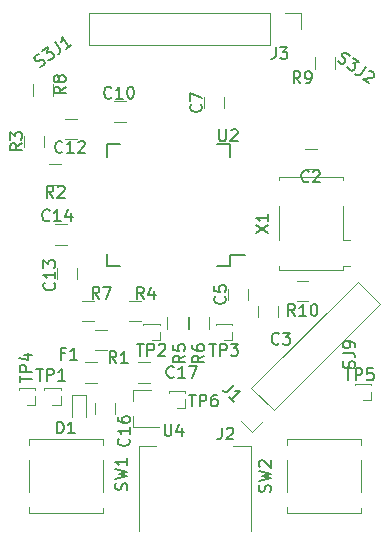
<source format=gbr>
G04 #@! TF.FileFunction,Legend,Top*
%FSLAX46Y46*%
G04 Gerber Fmt 4.6, Leading zero omitted, Abs format (unit mm)*
G04 Created by KiCad (PCBNEW 4.0.7-e2-6376~58~ubuntu16.04.1) date Thu Nov 16 15:54:30 2017*
%MOMM*%
%LPD*%
G01*
G04 APERTURE LIST*
%ADD10C,0.100000*%
%ADD11C,0.120000*%
%ADD12C,0.150000*%
G04 APERTURE END LIST*
D10*
D11*
X225204400Y-88073600D02*
X226204400Y-88073600D01*
X226204400Y-86373600D02*
X225204400Y-86373600D01*
X222947600Y-100626800D02*
X222947600Y-99626800D01*
X221247600Y-99626800D02*
X221247600Y-100626800D01*
X218733000Y-98179000D02*
X218733000Y-99179000D01*
X220433000Y-99179000D02*
X220433000Y-98179000D01*
X216701000Y-81923000D02*
X216701000Y-82923000D01*
X218401000Y-82923000D02*
X218401000Y-81923000D01*
X209050000Y-84035000D02*
X210050000Y-84035000D01*
X210050000Y-82335000D02*
X209050000Y-82335000D01*
X205922500Y-83795500D02*
X204922500Y-83795500D01*
X204922500Y-85495500D02*
X205922500Y-85495500D01*
X205955000Y-97401000D02*
X205955000Y-96401000D01*
X204255000Y-96401000D02*
X204255000Y-97401000D01*
X204097000Y-94449000D02*
X205097000Y-94449000D01*
X205097000Y-92749000D02*
X204097000Y-92749000D01*
X209130000Y-108831000D02*
X209130000Y-107831000D01*
X207430000Y-107831000D02*
X207430000Y-108831000D01*
X211082000Y-106133000D02*
X212082000Y-106133000D01*
X212082000Y-104433000D02*
X211082000Y-104433000D01*
X206721000Y-107181000D02*
X205521000Y-107181000D01*
X206721000Y-109031000D02*
X206721000Y-107181000D01*
X205521000Y-109031000D02*
X205521000Y-107181000D01*
X207637000Y-104433000D02*
X206637000Y-104433000D01*
X206637000Y-106133000D02*
X207637000Y-106133000D01*
X231587160Y-99477744D02*
X229706256Y-97596840D01*
X222564478Y-108500426D02*
X231587160Y-99477744D01*
X220683574Y-106619522D02*
X229706256Y-97596840D01*
X222564478Y-108500426D02*
X220683574Y-106619522D01*
X221666452Y-109398452D02*
X220726000Y-110338904D01*
X220726000Y-110338904D02*
X219785548Y-109398452D01*
X219150000Y-111470000D02*
X220650000Y-111470000D01*
X220650000Y-111470000D02*
X220650000Y-118730000D01*
X211150000Y-111470000D02*
X211150000Y-118730000D01*
X211150000Y-111470000D02*
X212650000Y-111470000D01*
X206950000Y-74870000D02*
X206950000Y-77530000D01*
X222250000Y-74870000D02*
X206950000Y-74870000D01*
X222250000Y-77530000D02*
X206950000Y-77530000D01*
X222250000Y-74870000D02*
X222250000Y-77530000D01*
X223520000Y-74870000D02*
X224850000Y-74870000D01*
X224850000Y-74870000D02*
X224850000Y-76200000D01*
X208424400Y-101715200D02*
X207424400Y-101715200D01*
X207424400Y-103415200D02*
X208424400Y-103415200D01*
X203589000Y-89369000D02*
X204589000Y-89369000D01*
X204589000Y-87669000D02*
X203589000Y-87669000D01*
X201461000Y-85225000D02*
X201461000Y-86225000D01*
X203161000Y-86225000D02*
X203161000Y-85225000D01*
X211320000Y-99251400D02*
X210320000Y-99251400D01*
X210320000Y-100951400D02*
X211320000Y-100951400D01*
X213576800Y-100617400D02*
X213576800Y-101617400D01*
X215276800Y-101617400D02*
X215276800Y-100617400D01*
X217105600Y-101617400D02*
X217105600Y-100617400D01*
X215405600Y-100617400D02*
X215405600Y-101617400D01*
X207383000Y-99226000D02*
X206383000Y-99226000D01*
X206383000Y-100926000D02*
X207383000Y-100926000D01*
X203872200Y-81881600D02*
X203872200Y-80881600D01*
X202172200Y-80881600D02*
X202172200Y-81881600D01*
X227748200Y-79570200D02*
X227748200Y-78570200D01*
X226048200Y-78570200D02*
X226048200Y-79570200D01*
X201828000Y-116696000D02*
X201828000Y-117146000D01*
X201828000Y-117146000D02*
X208128000Y-117146000D01*
X208128000Y-117146000D02*
X208128000Y-116746000D01*
X201828000Y-115396000D02*
X201828000Y-112696000D01*
X208128000Y-112696000D02*
X208128000Y-115396000D01*
X201828000Y-110946000D02*
X208128000Y-110946000D01*
X208128000Y-110946000D02*
X208128000Y-111396000D01*
X201828000Y-111396000D02*
X201828000Y-110946000D01*
X223672000Y-116696000D02*
X223672000Y-117146000D01*
X223672000Y-117146000D02*
X229972000Y-117146000D01*
X229972000Y-117146000D02*
X229972000Y-116746000D01*
X223672000Y-115396000D02*
X223672000Y-112696000D01*
X229972000Y-112696000D02*
X229972000Y-115396000D01*
X223672000Y-110946000D02*
X229972000Y-110946000D01*
X229972000Y-110946000D02*
X229972000Y-111396000D01*
X223672000Y-111396000D02*
X223672000Y-110946000D01*
X204530000Y-106630000D02*
X203140000Y-106630000D01*
X204530000Y-106630000D02*
X204530000Y-106755000D01*
X203140000Y-106630000D02*
X203140000Y-106755000D01*
X204530000Y-106630000D02*
X204443276Y-106630000D01*
X203226724Y-106630000D02*
X203140000Y-106630000D01*
X204530000Y-107315000D02*
X204530000Y-108000000D01*
X204530000Y-108000000D02*
X203835000Y-108000000D01*
X212937400Y-101169000D02*
X211547400Y-101169000D01*
X212937400Y-101169000D02*
X212937400Y-101294000D01*
X211547400Y-101169000D02*
X211547400Y-101294000D01*
X212937400Y-101169000D02*
X212850676Y-101169000D01*
X211634124Y-101169000D02*
X211547400Y-101169000D01*
X212937400Y-101854000D02*
X212937400Y-102539000D01*
X212937400Y-102539000D02*
X212242400Y-102539000D01*
X219084200Y-101169000D02*
X217694200Y-101169000D01*
X219084200Y-101169000D02*
X219084200Y-101294000D01*
X217694200Y-101169000D02*
X217694200Y-101294000D01*
X219084200Y-101169000D02*
X218997476Y-101169000D01*
X217780924Y-101169000D02*
X217694200Y-101169000D01*
X219084200Y-101854000D02*
X219084200Y-102539000D01*
X219084200Y-102539000D02*
X218389200Y-102539000D01*
X202371000Y-106630000D02*
X200981000Y-106630000D01*
X202371000Y-106630000D02*
X202371000Y-106755000D01*
X200981000Y-106630000D02*
X200981000Y-106755000D01*
X202371000Y-106630000D02*
X202284276Y-106630000D01*
X201067724Y-106630000D02*
X200981000Y-106630000D01*
X202371000Y-107315000D02*
X202371000Y-108000000D01*
X202371000Y-108000000D02*
X201676000Y-108000000D01*
X230819000Y-106249000D02*
X229429000Y-106249000D01*
X230819000Y-106249000D02*
X230819000Y-106374000D01*
X229429000Y-106249000D02*
X229429000Y-106374000D01*
X230819000Y-106249000D02*
X230732276Y-106249000D01*
X229515724Y-106249000D02*
X229429000Y-106249000D01*
X230819000Y-106934000D02*
X230819000Y-107619000D01*
X230819000Y-107619000D02*
X230124000Y-107619000D01*
X215071000Y-106884000D02*
X213681000Y-106884000D01*
X215071000Y-106884000D02*
X215071000Y-107009000D01*
X213681000Y-106884000D02*
X213681000Y-107009000D01*
X215071000Y-106884000D02*
X214984276Y-106884000D01*
X213767724Y-106884000D02*
X213681000Y-106884000D01*
X215071000Y-107569000D02*
X215071000Y-108254000D01*
X215071000Y-108254000D02*
X214376000Y-108254000D01*
D12*
X218852500Y-96297500D02*
X218852500Y-95347500D01*
X208502500Y-96297500D02*
X208502500Y-95247500D01*
X208502500Y-85947500D02*
X208502500Y-86997500D01*
X218852500Y-85947500D02*
X218852500Y-86997500D01*
X218852500Y-96297500D02*
X217802500Y-96297500D01*
X218852500Y-85947500D02*
X217802500Y-85947500D01*
X208502500Y-85947500D02*
X209552500Y-85947500D01*
X208502500Y-96297500D02*
X209552500Y-96297500D01*
X218852500Y-95347500D02*
X220127500Y-95347500D01*
D11*
X210695000Y-106751000D02*
X210695000Y-107681000D01*
X210695000Y-109911000D02*
X210695000Y-108981000D01*
X210695000Y-109911000D02*
X212855000Y-109911000D01*
X210695000Y-106751000D02*
X212155000Y-106751000D01*
X225518600Y-97549600D02*
X224518600Y-97549600D01*
X224518600Y-99249600D02*
X225518600Y-99249600D01*
X223042500Y-89006500D02*
X223042500Y-88696500D01*
X223042500Y-88696500D02*
X228442500Y-88696500D01*
X228442500Y-88696500D02*
X228442500Y-89006500D01*
X223042500Y-94086500D02*
X223042500Y-91206500D01*
X229042500Y-96286500D02*
X228442500Y-96286500D01*
X228442500Y-96286500D02*
X228442500Y-96596500D01*
X228442500Y-96596500D02*
X223042500Y-96596500D01*
X223042500Y-96596500D02*
X223042500Y-96286500D01*
X228442500Y-91206500D02*
X228442500Y-94086500D01*
X228442500Y-94086500D02*
X229042500Y-94086500D01*
D12*
X225537734Y-89080743D02*
X225490115Y-89128362D01*
X225347258Y-89175981D01*
X225252020Y-89175981D01*
X225109162Y-89128362D01*
X225013924Y-89033124D01*
X224966305Y-88937886D01*
X224918686Y-88747410D01*
X224918686Y-88604552D01*
X224966305Y-88414076D01*
X225013924Y-88318838D01*
X225109162Y-88223600D01*
X225252020Y-88175981D01*
X225347258Y-88175981D01*
X225490115Y-88223600D01*
X225537734Y-88271219D01*
X225918686Y-88271219D02*
X225966305Y-88223600D01*
X226061543Y-88175981D01*
X226299639Y-88175981D01*
X226394877Y-88223600D01*
X226442496Y-88271219D01*
X226490115Y-88366457D01*
X226490115Y-88461695D01*
X226442496Y-88604552D01*
X225871067Y-89175981D01*
X226490115Y-89175981D01*
X223023134Y-102820743D02*
X222975515Y-102868362D01*
X222832658Y-102915981D01*
X222737420Y-102915981D01*
X222594562Y-102868362D01*
X222499324Y-102773124D01*
X222451705Y-102677886D01*
X222404086Y-102487410D01*
X222404086Y-102344552D01*
X222451705Y-102154076D01*
X222499324Y-102058838D01*
X222594562Y-101963600D01*
X222737420Y-101915981D01*
X222832658Y-101915981D01*
X222975515Y-101963600D01*
X223023134Y-102011219D01*
X223356467Y-101915981D02*
X223975515Y-101915981D01*
X223642181Y-102296933D01*
X223785039Y-102296933D01*
X223880277Y-102344552D01*
X223927896Y-102392171D01*
X223975515Y-102487410D01*
X223975515Y-102725505D01*
X223927896Y-102820743D01*
X223880277Y-102868362D01*
X223785039Y-102915981D01*
X223499324Y-102915981D01*
X223404086Y-102868362D01*
X223356467Y-102820743D01*
X218440143Y-98845666D02*
X218487762Y-98893285D01*
X218535381Y-99036142D01*
X218535381Y-99131380D01*
X218487762Y-99274238D01*
X218392524Y-99369476D01*
X218297286Y-99417095D01*
X218106810Y-99464714D01*
X217963952Y-99464714D01*
X217773476Y-99417095D01*
X217678238Y-99369476D01*
X217583000Y-99274238D01*
X217535381Y-99131380D01*
X217535381Y-99036142D01*
X217583000Y-98893285D01*
X217630619Y-98845666D01*
X217535381Y-97940904D02*
X217535381Y-98417095D01*
X218011571Y-98464714D01*
X217963952Y-98417095D01*
X217916333Y-98321857D01*
X217916333Y-98083761D01*
X217963952Y-97988523D01*
X218011571Y-97940904D01*
X218106810Y-97893285D01*
X218344905Y-97893285D01*
X218440143Y-97940904D01*
X218487762Y-97988523D01*
X218535381Y-98083761D01*
X218535381Y-98321857D01*
X218487762Y-98417095D01*
X218440143Y-98464714D01*
X216408143Y-82589666D02*
X216455762Y-82637285D01*
X216503381Y-82780142D01*
X216503381Y-82875380D01*
X216455762Y-83018238D01*
X216360524Y-83113476D01*
X216265286Y-83161095D01*
X216074810Y-83208714D01*
X215931952Y-83208714D01*
X215741476Y-83161095D01*
X215646238Y-83113476D01*
X215551000Y-83018238D01*
X215503381Y-82875380D01*
X215503381Y-82780142D01*
X215551000Y-82637285D01*
X215598619Y-82589666D01*
X215503381Y-82256333D02*
X215503381Y-81589666D01*
X216503381Y-82018238D01*
X208830943Y-81992743D02*
X208783324Y-82040362D01*
X208640467Y-82087981D01*
X208545229Y-82087981D01*
X208402371Y-82040362D01*
X208307133Y-81945124D01*
X208259514Y-81849886D01*
X208211895Y-81659410D01*
X208211895Y-81516552D01*
X208259514Y-81326076D01*
X208307133Y-81230838D01*
X208402371Y-81135600D01*
X208545229Y-81087981D01*
X208640467Y-81087981D01*
X208783324Y-81135600D01*
X208830943Y-81183219D01*
X209783324Y-82087981D02*
X209211895Y-82087981D01*
X209497609Y-82087981D02*
X209497609Y-81087981D01*
X209402371Y-81230838D01*
X209307133Y-81326076D01*
X209211895Y-81373695D01*
X210402371Y-81087981D02*
X210497610Y-81087981D01*
X210592848Y-81135600D01*
X210640467Y-81183219D01*
X210688086Y-81278457D01*
X210735705Y-81468933D01*
X210735705Y-81707029D01*
X210688086Y-81897505D01*
X210640467Y-81992743D01*
X210592848Y-82040362D01*
X210497610Y-82087981D01*
X210402371Y-82087981D01*
X210307133Y-82040362D01*
X210259514Y-81992743D01*
X210211895Y-81897505D01*
X210164276Y-81707029D01*
X210164276Y-81468933D01*
X210211895Y-81278457D01*
X210259514Y-81183219D01*
X210307133Y-81135600D01*
X210402371Y-81087981D01*
X204690743Y-86590143D02*
X204643124Y-86637762D01*
X204500267Y-86685381D01*
X204405029Y-86685381D01*
X204262171Y-86637762D01*
X204166933Y-86542524D01*
X204119314Y-86447286D01*
X204071695Y-86256810D01*
X204071695Y-86113952D01*
X204119314Y-85923476D01*
X204166933Y-85828238D01*
X204262171Y-85733000D01*
X204405029Y-85685381D01*
X204500267Y-85685381D01*
X204643124Y-85733000D01*
X204690743Y-85780619D01*
X205643124Y-86685381D02*
X205071695Y-86685381D01*
X205357409Y-86685381D02*
X205357409Y-85685381D01*
X205262171Y-85828238D01*
X205166933Y-85923476D01*
X205071695Y-85971095D01*
X206024076Y-85780619D02*
X206071695Y-85733000D01*
X206166933Y-85685381D01*
X206405029Y-85685381D01*
X206500267Y-85733000D01*
X206547886Y-85780619D01*
X206595505Y-85875857D01*
X206595505Y-85971095D01*
X206547886Y-86113952D01*
X205976457Y-86685381D01*
X206595505Y-86685381D01*
X203988943Y-97696257D02*
X204036562Y-97743876D01*
X204084181Y-97886733D01*
X204084181Y-97981971D01*
X204036562Y-98124829D01*
X203941324Y-98220067D01*
X203846086Y-98267686D01*
X203655610Y-98315305D01*
X203512752Y-98315305D01*
X203322276Y-98267686D01*
X203227038Y-98220067D01*
X203131800Y-98124829D01*
X203084181Y-97981971D01*
X203084181Y-97886733D01*
X203131800Y-97743876D01*
X203179419Y-97696257D01*
X204084181Y-96743876D02*
X204084181Y-97315305D01*
X204084181Y-97029591D02*
X203084181Y-97029591D01*
X203227038Y-97124829D01*
X203322276Y-97220067D01*
X203369895Y-97315305D01*
X203084181Y-96410543D02*
X203084181Y-95791495D01*
X203465133Y-96124829D01*
X203465133Y-95981971D01*
X203512752Y-95886733D01*
X203560371Y-95839114D01*
X203655610Y-95791495D01*
X203893705Y-95791495D01*
X203988943Y-95839114D01*
X204036562Y-95886733D01*
X204084181Y-95981971D01*
X204084181Y-96267686D01*
X204036562Y-96362924D01*
X203988943Y-96410543D01*
X203598543Y-92381343D02*
X203550924Y-92428962D01*
X203408067Y-92476581D01*
X203312829Y-92476581D01*
X203169971Y-92428962D01*
X203074733Y-92333724D01*
X203027114Y-92238486D01*
X202979495Y-92048010D01*
X202979495Y-91905152D01*
X203027114Y-91714676D01*
X203074733Y-91619438D01*
X203169971Y-91524200D01*
X203312829Y-91476581D01*
X203408067Y-91476581D01*
X203550924Y-91524200D01*
X203598543Y-91571819D01*
X204550924Y-92476581D02*
X203979495Y-92476581D01*
X204265209Y-92476581D02*
X204265209Y-91476581D01*
X204169971Y-91619438D01*
X204074733Y-91714676D01*
X203979495Y-91762295D01*
X205408067Y-91809914D02*
X205408067Y-92476581D01*
X205169971Y-91428962D02*
X204931876Y-92143248D01*
X205550924Y-92143248D01*
X210288143Y-110878857D02*
X210335762Y-110926476D01*
X210383381Y-111069333D01*
X210383381Y-111164571D01*
X210335762Y-111307429D01*
X210240524Y-111402667D01*
X210145286Y-111450286D01*
X209954810Y-111497905D01*
X209811952Y-111497905D01*
X209621476Y-111450286D01*
X209526238Y-111402667D01*
X209431000Y-111307429D01*
X209383381Y-111164571D01*
X209383381Y-111069333D01*
X209431000Y-110926476D01*
X209478619Y-110878857D01*
X210383381Y-109926476D02*
X210383381Y-110497905D01*
X210383381Y-110212191D02*
X209383381Y-110212191D01*
X209526238Y-110307429D01*
X209621476Y-110402667D01*
X209669095Y-110497905D01*
X209383381Y-109069333D02*
X209383381Y-109259810D01*
X209431000Y-109355048D01*
X209478619Y-109402667D01*
X209621476Y-109497905D01*
X209811952Y-109545524D01*
X210192905Y-109545524D01*
X210288143Y-109497905D01*
X210335762Y-109450286D01*
X210383381Y-109355048D01*
X210383381Y-109164571D01*
X210335762Y-109069333D01*
X210288143Y-109021714D01*
X210192905Y-108974095D01*
X209954810Y-108974095D01*
X209859571Y-109021714D01*
X209811952Y-109069333D01*
X209764333Y-109164571D01*
X209764333Y-109355048D01*
X209811952Y-109450286D01*
X209859571Y-109497905D01*
X209954810Y-109545524D01*
X214114143Y-105640143D02*
X214066524Y-105687762D01*
X213923667Y-105735381D01*
X213828429Y-105735381D01*
X213685571Y-105687762D01*
X213590333Y-105592524D01*
X213542714Y-105497286D01*
X213495095Y-105306810D01*
X213495095Y-105163952D01*
X213542714Y-104973476D01*
X213590333Y-104878238D01*
X213685571Y-104783000D01*
X213828429Y-104735381D01*
X213923667Y-104735381D01*
X214066524Y-104783000D01*
X214114143Y-104830619D01*
X215066524Y-105735381D02*
X214495095Y-105735381D01*
X214780809Y-105735381D02*
X214780809Y-104735381D01*
X214685571Y-104878238D01*
X214590333Y-104973476D01*
X214495095Y-105021095D01*
X215399857Y-104735381D02*
X216066524Y-104735381D01*
X215637952Y-105735381D01*
X204214505Y-110434381D02*
X204214505Y-109434381D01*
X204452600Y-109434381D01*
X204595458Y-109482000D01*
X204690696Y-109577238D01*
X204738315Y-109672476D01*
X204785934Y-109862952D01*
X204785934Y-110005810D01*
X204738315Y-110196286D01*
X204690696Y-110291524D01*
X204595458Y-110386762D01*
X204452600Y-110434381D01*
X204214505Y-110434381D01*
X205738315Y-110434381D02*
X205166886Y-110434381D01*
X205452600Y-110434381D02*
X205452600Y-109434381D01*
X205357362Y-109577238D01*
X205262124Y-109672476D01*
X205166886Y-109720095D01*
X204873267Y-103662171D02*
X204539933Y-103662171D01*
X204539933Y-104185981D02*
X204539933Y-103185981D01*
X205016124Y-103185981D01*
X205920886Y-104185981D02*
X205349457Y-104185981D01*
X205635171Y-104185981D02*
X205635171Y-103185981D01*
X205539933Y-103328838D01*
X205444695Y-103424076D01*
X205349457Y-103471695D01*
X219226523Y-106336473D02*
X218721447Y-106841549D01*
X218586759Y-106908892D01*
X218452072Y-106908892D01*
X218317385Y-106841549D01*
X218250042Y-106774205D01*
X219226523Y-107750686D02*
X218822462Y-107346625D01*
X219024492Y-107548655D02*
X219731599Y-106841549D01*
X219563240Y-106875220D01*
X219428553Y-106875220D01*
X219327538Y-106841549D01*
X218157467Y-109942381D02*
X218157467Y-110656667D01*
X218109847Y-110799524D01*
X218014609Y-110894762D01*
X217871752Y-110942381D01*
X217776514Y-110942381D01*
X218586038Y-110037619D02*
X218633657Y-109990000D01*
X218728895Y-109942381D01*
X218966991Y-109942381D01*
X219062229Y-109990000D01*
X219109848Y-110037619D01*
X219157467Y-110132857D01*
X219157467Y-110228095D01*
X219109848Y-110370952D01*
X218538419Y-110942381D01*
X219157467Y-110942381D01*
X222729467Y-77735181D02*
X222729467Y-78449467D01*
X222681847Y-78592324D01*
X222586609Y-78687562D01*
X222443752Y-78735181D01*
X222348514Y-78735181D01*
X223110419Y-77735181D02*
X223729467Y-77735181D01*
X223396133Y-78116133D01*
X223538991Y-78116133D01*
X223634229Y-78163752D01*
X223681848Y-78211371D01*
X223729467Y-78306610D01*
X223729467Y-78544705D01*
X223681848Y-78639943D01*
X223634229Y-78687562D01*
X223538991Y-78735181D01*
X223253276Y-78735181D01*
X223158038Y-78687562D01*
X223110419Y-78639943D01*
X209256334Y-104490781D02*
X208923000Y-104014590D01*
X208684905Y-104490781D02*
X208684905Y-103490781D01*
X209065858Y-103490781D01*
X209161096Y-103538400D01*
X209208715Y-103586019D01*
X209256334Y-103681257D01*
X209256334Y-103824114D01*
X209208715Y-103919352D01*
X209161096Y-103966971D01*
X209065858Y-104014590D01*
X208684905Y-104014590D01*
X210208715Y-104490781D02*
X209637286Y-104490781D01*
X209923000Y-104490781D02*
X209923000Y-103490781D01*
X209827762Y-103633638D01*
X209732524Y-103728876D01*
X209637286Y-103776495D01*
X203922334Y-90471381D02*
X203589000Y-89995190D01*
X203350905Y-90471381D02*
X203350905Y-89471381D01*
X203731858Y-89471381D01*
X203827096Y-89519000D01*
X203874715Y-89566619D01*
X203922334Y-89661857D01*
X203922334Y-89804714D01*
X203874715Y-89899952D01*
X203827096Y-89947571D01*
X203731858Y-89995190D01*
X203350905Y-89995190D01*
X204303286Y-89566619D02*
X204350905Y-89519000D01*
X204446143Y-89471381D01*
X204684239Y-89471381D01*
X204779477Y-89519000D01*
X204827096Y-89566619D01*
X204874715Y-89661857D01*
X204874715Y-89757095D01*
X204827096Y-89899952D01*
X204255667Y-90471381D01*
X204874715Y-90471381D01*
X201263381Y-85891666D02*
X200787190Y-86225000D01*
X201263381Y-86463095D02*
X200263381Y-86463095D01*
X200263381Y-86082142D01*
X200311000Y-85986904D01*
X200358619Y-85939285D01*
X200453857Y-85891666D01*
X200596714Y-85891666D01*
X200691952Y-85939285D01*
X200739571Y-85986904D01*
X200787190Y-86082142D01*
X200787190Y-86463095D01*
X200263381Y-85558333D02*
X200263381Y-84939285D01*
X200644333Y-85272619D01*
X200644333Y-85129761D01*
X200691952Y-85034523D01*
X200739571Y-84986904D01*
X200834810Y-84939285D01*
X201072905Y-84939285D01*
X201168143Y-84986904D01*
X201215762Y-85034523D01*
X201263381Y-85129761D01*
X201263381Y-85415476D01*
X201215762Y-85510714D01*
X201168143Y-85558333D01*
X211567734Y-99055181D02*
X211234400Y-98578990D01*
X210996305Y-99055181D02*
X210996305Y-98055181D01*
X211377258Y-98055181D01*
X211472496Y-98102800D01*
X211520115Y-98150419D01*
X211567734Y-98245657D01*
X211567734Y-98388514D01*
X211520115Y-98483752D01*
X211472496Y-98531371D01*
X211377258Y-98578990D01*
X210996305Y-98578990D01*
X212424877Y-98388514D02*
X212424877Y-99055181D01*
X212186781Y-98007562D02*
X211948686Y-98721848D01*
X212567734Y-98721848D01*
X215056981Y-103849466D02*
X214580790Y-104182800D01*
X215056981Y-104420895D02*
X214056981Y-104420895D01*
X214056981Y-104039942D01*
X214104600Y-103944704D01*
X214152219Y-103897085D01*
X214247457Y-103849466D01*
X214390314Y-103849466D01*
X214485552Y-103897085D01*
X214533171Y-103944704D01*
X214580790Y-104039942D01*
X214580790Y-104420895D01*
X214056981Y-102944704D02*
X214056981Y-103420895D01*
X214533171Y-103468514D01*
X214485552Y-103420895D01*
X214437933Y-103325657D01*
X214437933Y-103087561D01*
X214485552Y-102992323D01*
X214533171Y-102944704D01*
X214628410Y-102897085D01*
X214866505Y-102897085D01*
X214961743Y-102944704D01*
X215009362Y-102992323D01*
X215056981Y-103087561D01*
X215056981Y-103325657D01*
X215009362Y-103420895D01*
X214961743Y-103468514D01*
X216682581Y-103849466D02*
X216206390Y-104182800D01*
X216682581Y-104420895D02*
X215682581Y-104420895D01*
X215682581Y-104039942D01*
X215730200Y-103944704D01*
X215777819Y-103897085D01*
X215873057Y-103849466D01*
X216015914Y-103849466D01*
X216111152Y-103897085D01*
X216158771Y-103944704D01*
X216206390Y-104039942D01*
X216206390Y-104420895D01*
X215682581Y-102992323D02*
X215682581Y-103182800D01*
X215730200Y-103278038D01*
X215777819Y-103325657D01*
X215920676Y-103420895D01*
X216111152Y-103468514D01*
X216492105Y-103468514D01*
X216587343Y-103420895D01*
X216634962Y-103373276D01*
X216682581Y-103278038D01*
X216682581Y-103087561D01*
X216634962Y-102992323D01*
X216587343Y-102944704D01*
X216492105Y-102897085D01*
X216254010Y-102897085D01*
X216158771Y-102944704D01*
X216111152Y-102992323D01*
X216063533Y-103087561D01*
X216063533Y-103278038D01*
X216111152Y-103373276D01*
X216158771Y-103420895D01*
X216254010Y-103468514D01*
X207808534Y-99029781D02*
X207475200Y-98553590D01*
X207237105Y-99029781D02*
X207237105Y-98029781D01*
X207618058Y-98029781D01*
X207713296Y-98077400D01*
X207760915Y-98125019D01*
X207808534Y-98220257D01*
X207808534Y-98363114D01*
X207760915Y-98458352D01*
X207713296Y-98505971D01*
X207618058Y-98553590D01*
X207237105Y-98553590D01*
X208141867Y-98029781D02*
X208808534Y-98029781D01*
X208379962Y-99029781D01*
X204947781Y-81091066D02*
X204471590Y-81424400D01*
X204947781Y-81662495D02*
X203947781Y-81662495D01*
X203947781Y-81281542D01*
X203995400Y-81186304D01*
X204043019Y-81138685D01*
X204138257Y-81091066D01*
X204281114Y-81091066D01*
X204376352Y-81138685D01*
X204423971Y-81186304D01*
X204471590Y-81281542D01*
X204471590Y-81662495D01*
X204376352Y-80519638D02*
X204328733Y-80614876D01*
X204281114Y-80662495D01*
X204185876Y-80710114D01*
X204138257Y-80710114D01*
X204043019Y-80662495D01*
X203995400Y-80614876D01*
X203947781Y-80519638D01*
X203947781Y-80329161D01*
X203995400Y-80233923D01*
X204043019Y-80186304D01*
X204138257Y-80138685D01*
X204185876Y-80138685D01*
X204281114Y-80186304D01*
X204328733Y-80233923D01*
X204376352Y-80329161D01*
X204376352Y-80519638D01*
X204423971Y-80614876D01*
X204471590Y-80662495D01*
X204566829Y-80710114D01*
X204757305Y-80710114D01*
X204852543Y-80662495D01*
X204900162Y-80614876D01*
X204947781Y-80519638D01*
X204947781Y-80329161D01*
X204900162Y-80233923D01*
X204852543Y-80186304D01*
X204757305Y-80138685D01*
X204566829Y-80138685D01*
X204471590Y-80186304D01*
X204423971Y-80233923D01*
X204376352Y-80329161D01*
X224826534Y-80792581D02*
X224493200Y-80316390D01*
X224255105Y-80792581D02*
X224255105Y-79792581D01*
X224636058Y-79792581D01*
X224731296Y-79840200D01*
X224778915Y-79887819D01*
X224826534Y-79983057D01*
X224826534Y-80125914D01*
X224778915Y-80221152D01*
X224731296Y-80268771D01*
X224636058Y-80316390D01*
X224255105Y-80316390D01*
X225302724Y-80792581D02*
X225493200Y-80792581D01*
X225588439Y-80744962D01*
X225636058Y-80697343D01*
X225731296Y-80554486D01*
X225778915Y-80364010D01*
X225778915Y-79983057D01*
X225731296Y-79887819D01*
X225683677Y-79840200D01*
X225588439Y-79792581D01*
X225397962Y-79792581D01*
X225302724Y-79840200D01*
X225255105Y-79887819D01*
X225207486Y-79983057D01*
X225207486Y-80221152D01*
X225255105Y-80316390D01*
X225302724Y-80364010D01*
X225397962Y-80411629D01*
X225588439Y-80411629D01*
X225683677Y-80364010D01*
X225731296Y-80316390D01*
X225778915Y-80221152D01*
X202777354Y-79400108D02*
X202921309Y-79355918D01*
X203115147Y-79217655D01*
X203165029Y-79123582D01*
X203176144Y-79057163D01*
X203159606Y-78951975D01*
X203104301Y-78874441D01*
X203010229Y-78824558D01*
X202943809Y-78813444D01*
X202838621Y-78829980D01*
X202655898Y-78901824D01*
X202550711Y-78918361D01*
X202484291Y-78907246D01*
X202390219Y-78857364D01*
X202334914Y-78779829D01*
X202318376Y-78674642D01*
X202329491Y-78608222D01*
X202379373Y-78514150D01*
X202573211Y-78375887D01*
X202717166Y-78331697D01*
X202960885Y-78099362D02*
X203464861Y-77739879D01*
X203414709Y-78243586D01*
X203531012Y-78160628D01*
X203636199Y-78144090D01*
X203702619Y-78155205D01*
X203796692Y-78205088D01*
X203934954Y-78398925D01*
X203951492Y-78504112D01*
X203940377Y-78570532D01*
X203890495Y-78664604D01*
X203657890Y-78830520D01*
X203552703Y-78847058D01*
X203486283Y-78835943D01*
X204046373Y-77325091D02*
X204461161Y-77906602D01*
X204505350Y-78050557D01*
X204483120Y-78183397D01*
X204394471Y-78305122D01*
X204316936Y-78360427D01*
X205441191Y-77558503D02*
X204975982Y-77890334D01*
X205208586Y-77724419D02*
X204627883Y-76910303D01*
X204633306Y-77081911D01*
X204611076Y-77214750D01*
X204561194Y-77308823D01*
X228012061Y-78891337D02*
X228100711Y-79013062D01*
X228294549Y-79151325D01*
X228399736Y-79167863D01*
X228466156Y-79156748D01*
X228560228Y-79106865D01*
X228615533Y-79029331D01*
X228632071Y-78924144D01*
X228620956Y-78857724D01*
X228571074Y-78763650D01*
X228443656Y-78614273D01*
X228393774Y-78520200D01*
X228382659Y-78453780D01*
X228399197Y-78348593D01*
X228454502Y-78271058D01*
X228548574Y-78221176D01*
X228614994Y-78210061D01*
X228720181Y-78226599D01*
X228914019Y-78364862D01*
X229002669Y-78486587D01*
X229301693Y-78641387D02*
X229805669Y-79000870D01*
X229313077Y-79117441D01*
X229429380Y-79200399D01*
X229479262Y-79294471D01*
X229490377Y-79360891D01*
X229473839Y-79466079D01*
X229335576Y-79659916D01*
X229241504Y-79709798D01*
X229175084Y-79720913D01*
X229069897Y-79704375D01*
X228837292Y-79538460D01*
X228787410Y-79444388D01*
X228776295Y-79377968D01*
X230387181Y-79415658D02*
X229972393Y-79997169D01*
X229850667Y-80085818D01*
X229717827Y-80108048D01*
X229573873Y-80063858D01*
X229496338Y-80008553D01*
X230680782Y-79742065D02*
X230747202Y-79730950D01*
X230852389Y-79747488D01*
X231046227Y-79885751D01*
X231096109Y-79979823D01*
X231107224Y-80046243D01*
X231090686Y-80151430D01*
X231035381Y-80228965D01*
X230913656Y-80317615D01*
X230116617Y-80450993D01*
X230620593Y-80810476D01*
X210132562Y-115226933D02*
X210180181Y-115084076D01*
X210180181Y-114845980D01*
X210132562Y-114750742D01*
X210084943Y-114703123D01*
X209989705Y-114655504D01*
X209894467Y-114655504D01*
X209799229Y-114703123D01*
X209751610Y-114750742D01*
X209703990Y-114845980D01*
X209656371Y-115036457D01*
X209608752Y-115131695D01*
X209561133Y-115179314D01*
X209465895Y-115226933D01*
X209370657Y-115226933D01*
X209275419Y-115179314D01*
X209227800Y-115131695D01*
X209180181Y-115036457D01*
X209180181Y-114798361D01*
X209227800Y-114655504D01*
X209180181Y-114322171D02*
X210180181Y-114084076D01*
X209465895Y-113893599D01*
X210180181Y-113703123D01*
X209180181Y-113465028D01*
X210180181Y-112560266D02*
X210180181Y-113131695D01*
X210180181Y-112845981D02*
X209180181Y-112845981D01*
X209323038Y-112941219D01*
X209418276Y-113036457D01*
X209465895Y-113131695D01*
X222273762Y-115379333D02*
X222321381Y-115236476D01*
X222321381Y-114998380D01*
X222273762Y-114903142D01*
X222226143Y-114855523D01*
X222130905Y-114807904D01*
X222035667Y-114807904D01*
X221940429Y-114855523D01*
X221892810Y-114903142D01*
X221845190Y-114998380D01*
X221797571Y-115188857D01*
X221749952Y-115284095D01*
X221702333Y-115331714D01*
X221607095Y-115379333D01*
X221511857Y-115379333D01*
X221416619Y-115331714D01*
X221369000Y-115284095D01*
X221321381Y-115188857D01*
X221321381Y-114950761D01*
X221369000Y-114807904D01*
X221321381Y-114474571D02*
X222321381Y-114236476D01*
X221607095Y-114045999D01*
X222321381Y-113855523D01*
X221321381Y-113617428D01*
X221416619Y-113284095D02*
X221369000Y-113236476D01*
X221321381Y-113141238D01*
X221321381Y-112903142D01*
X221369000Y-112807904D01*
X221416619Y-112760285D01*
X221511857Y-112712666D01*
X221607095Y-112712666D01*
X221749952Y-112760285D01*
X222321381Y-113331714D01*
X222321381Y-112712666D01*
X202471495Y-104963981D02*
X203042924Y-104963981D01*
X202757209Y-105963981D02*
X202757209Y-104963981D01*
X203376257Y-105963981D02*
X203376257Y-104963981D01*
X203757210Y-104963981D01*
X203852448Y-105011600D01*
X203900067Y-105059219D01*
X203947686Y-105154457D01*
X203947686Y-105297314D01*
X203900067Y-105392552D01*
X203852448Y-105440171D01*
X203757210Y-105487790D01*
X203376257Y-105487790D01*
X204900067Y-105963981D02*
X204328638Y-105963981D01*
X204614352Y-105963981D02*
X204614352Y-104963981D01*
X204519114Y-105106838D01*
X204423876Y-105202076D01*
X204328638Y-105249695D01*
X210980495Y-102866381D02*
X211551924Y-102866381D01*
X211266209Y-103866381D02*
X211266209Y-102866381D01*
X211885257Y-103866381D02*
X211885257Y-102866381D01*
X212266210Y-102866381D01*
X212361448Y-102914000D01*
X212409067Y-102961619D01*
X212456686Y-103056857D01*
X212456686Y-103199714D01*
X212409067Y-103294952D01*
X212361448Y-103342571D01*
X212266210Y-103390190D01*
X211885257Y-103390190D01*
X212837638Y-102961619D02*
X212885257Y-102914000D01*
X212980495Y-102866381D01*
X213218591Y-102866381D01*
X213313829Y-102914000D01*
X213361448Y-102961619D01*
X213409067Y-103056857D01*
X213409067Y-103152095D01*
X213361448Y-103294952D01*
X212790019Y-103866381D01*
X213409067Y-103866381D01*
X217127295Y-102866381D02*
X217698724Y-102866381D01*
X217413009Y-103866381D02*
X217413009Y-102866381D01*
X218032057Y-103866381D02*
X218032057Y-102866381D01*
X218413010Y-102866381D01*
X218508248Y-102914000D01*
X218555867Y-102961619D01*
X218603486Y-103056857D01*
X218603486Y-103199714D01*
X218555867Y-103294952D01*
X218508248Y-103342571D01*
X218413010Y-103390190D01*
X218032057Y-103390190D01*
X218936819Y-102866381D02*
X219555867Y-102866381D01*
X219222533Y-103247333D01*
X219365391Y-103247333D01*
X219460629Y-103294952D01*
X219508248Y-103342571D01*
X219555867Y-103437810D01*
X219555867Y-103675905D01*
X219508248Y-103771143D01*
X219460629Y-103818762D01*
X219365391Y-103866381D01*
X219079676Y-103866381D01*
X218984438Y-103818762D01*
X218936819Y-103771143D01*
X201077581Y-106113105D02*
X201077581Y-105541676D01*
X202077581Y-105827391D02*
X201077581Y-105827391D01*
X202077581Y-105208343D02*
X201077581Y-105208343D01*
X201077581Y-104827390D01*
X201125200Y-104732152D01*
X201172819Y-104684533D01*
X201268057Y-104636914D01*
X201410914Y-104636914D01*
X201506152Y-104684533D01*
X201553771Y-104732152D01*
X201601390Y-104827390D01*
X201601390Y-105208343D01*
X201410914Y-103779771D02*
X202077581Y-103779771D01*
X201029962Y-104017867D02*
X201744248Y-104255962D01*
X201744248Y-103636914D01*
X228608095Y-104938581D02*
X229179524Y-104938581D01*
X228893809Y-105938581D02*
X228893809Y-104938581D01*
X229512857Y-105938581D02*
X229512857Y-104938581D01*
X229893810Y-104938581D01*
X229989048Y-104986200D01*
X230036667Y-105033819D01*
X230084286Y-105129057D01*
X230084286Y-105271914D01*
X230036667Y-105367152D01*
X229989048Y-105414771D01*
X229893810Y-105462390D01*
X229512857Y-105462390D01*
X230989048Y-104938581D02*
X230512857Y-104938581D01*
X230465238Y-105414771D01*
X230512857Y-105367152D01*
X230608095Y-105319533D01*
X230846191Y-105319533D01*
X230941429Y-105367152D01*
X230989048Y-105414771D01*
X231036667Y-105510010D01*
X231036667Y-105748105D01*
X230989048Y-105843343D01*
X230941429Y-105890962D01*
X230846191Y-105938581D01*
X230608095Y-105938581D01*
X230512857Y-105890962D01*
X230465238Y-105843343D01*
X215400095Y-107148381D02*
X215971524Y-107148381D01*
X215685809Y-108148381D02*
X215685809Y-107148381D01*
X216304857Y-108148381D02*
X216304857Y-107148381D01*
X216685810Y-107148381D01*
X216781048Y-107196000D01*
X216828667Y-107243619D01*
X216876286Y-107338857D01*
X216876286Y-107481714D01*
X216828667Y-107576952D01*
X216781048Y-107624571D01*
X216685810Y-107672190D01*
X216304857Y-107672190D01*
X217733429Y-107148381D02*
X217542952Y-107148381D01*
X217447714Y-107196000D01*
X217400095Y-107243619D01*
X217304857Y-107386476D01*
X217257238Y-107576952D01*
X217257238Y-107957905D01*
X217304857Y-108053143D01*
X217352476Y-108100762D01*
X217447714Y-108148381D01*
X217638191Y-108148381D01*
X217733429Y-108100762D01*
X217781048Y-108053143D01*
X217828667Y-107957905D01*
X217828667Y-107719810D01*
X217781048Y-107624571D01*
X217733429Y-107576952D01*
X217638191Y-107529333D01*
X217447714Y-107529333D01*
X217352476Y-107576952D01*
X217304857Y-107624571D01*
X217257238Y-107719810D01*
X217957495Y-84694781D02*
X217957495Y-85504305D01*
X218005114Y-85599543D01*
X218052733Y-85647162D01*
X218147971Y-85694781D01*
X218338448Y-85694781D01*
X218433686Y-85647162D01*
X218481305Y-85599543D01*
X218528924Y-85504305D01*
X218528924Y-84694781D01*
X218957495Y-84790019D02*
X219005114Y-84742400D01*
X219100352Y-84694781D01*
X219338448Y-84694781D01*
X219433686Y-84742400D01*
X219481305Y-84790019D01*
X219528924Y-84885257D01*
X219528924Y-84980495D01*
X219481305Y-85123352D01*
X218909876Y-85694781D01*
X219528924Y-85694781D01*
X213334695Y-109662981D02*
X213334695Y-110472505D01*
X213382314Y-110567743D01*
X213429933Y-110615362D01*
X213525171Y-110662981D01*
X213715648Y-110662981D01*
X213810886Y-110615362D01*
X213858505Y-110567743D01*
X213906124Y-110472505D01*
X213906124Y-109662981D01*
X214810886Y-109996314D02*
X214810886Y-110662981D01*
X214572790Y-109615362D02*
X214334695Y-110329648D01*
X214953743Y-110329648D01*
X224375743Y-100502981D02*
X224042409Y-100026790D01*
X223804314Y-100502981D02*
X223804314Y-99502981D01*
X224185267Y-99502981D01*
X224280505Y-99550600D01*
X224328124Y-99598219D01*
X224375743Y-99693457D01*
X224375743Y-99836314D01*
X224328124Y-99931552D01*
X224280505Y-99979171D01*
X224185267Y-100026790D01*
X223804314Y-100026790D01*
X225328124Y-100502981D02*
X224756695Y-100502981D01*
X225042409Y-100502981D02*
X225042409Y-99502981D01*
X224947171Y-99645838D01*
X224851933Y-99741076D01*
X224756695Y-99788695D01*
X225947171Y-99502981D02*
X226042410Y-99502981D01*
X226137648Y-99550600D01*
X226185267Y-99598219D01*
X226232886Y-99693457D01*
X226280505Y-99883933D01*
X226280505Y-100122029D01*
X226232886Y-100312505D01*
X226185267Y-100407743D01*
X226137648Y-100455362D01*
X226042410Y-100502981D01*
X225947171Y-100502981D01*
X225851933Y-100455362D01*
X225804314Y-100407743D01*
X225756695Y-100312505D01*
X225709076Y-100122029D01*
X225709076Y-99883933D01*
X225756695Y-99693457D01*
X225804314Y-99598219D01*
X225851933Y-99550600D01*
X225947171Y-99502981D01*
X221094881Y-93456024D02*
X222094881Y-92789357D01*
X221094881Y-92789357D02*
X222094881Y-93456024D01*
X222094881Y-91884595D02*
X222094881Y-92456024D01*
X222094881Y-92170310D02*
X221094881Y-92170310D01*
X221237738Y-92265548D01*
X221332976Y-92360786D01*
X221380595Y-92456024D01*
X229385762Y-104901857D02*
X229433381Y-104759000D01*
X229433381Y-104520904D01*
X229385762Y-104425666D01*
X229338143Y-104378047D01*
X229242905Y-104330428D01*
X229147667Y-104330428D01*
X229052429Y-104378047D01*
X229004810Y-104425666D01*
X228957190Y-104520904D01*
X228909571Y-104711381D01*
X228861952Y-104806619D01*
X228814333Y-104854238D01*
X228719095Y-104901857D01*
X228623857Y-104901857D01*
X228528619Y-104854238D01*
X228481000Y-104806619D01*
X228433381Y-104711381D01*
X228433381Y-104473285D01*
X228481000Y-104330428D01*
X228433381Y-103616142D02*
X229147667Y-103616142D01*
X229290524Y-103663762D01*
X229385762Y-103759000D01*
X229433381Y-103901857D01*
X229433381Y-103997095D01*
X229433381Y-103092333D02*
X229433381Y-102901857D01*
X229385762Y-102806618D01*
X229338143Y-102758999D01*
X229195286Y-102663761D01*
X229004810Y-102616142D01*
X228623857Y-102616142D01*
X228528619Y-102663761D01*
X228481000Y-102711380D01*
X228433381Y-102806618D01*
X228433381Y-102997095D01*
X228481000Y-103092333D01*
X228528619Y-103139952D01*
X228623857Y-103187571D01*
X228861952Y-103187571D01*
X228957190Y-103139952D01*
X229004810Y-103092333D01*
X229052429Y-102997095D01*
X229052429Y-102806618D01*
X229004810Y-102711380D01*
X228957190Y-102663761D01*
X228861952Y-102616142D01*
M02*

</source>
